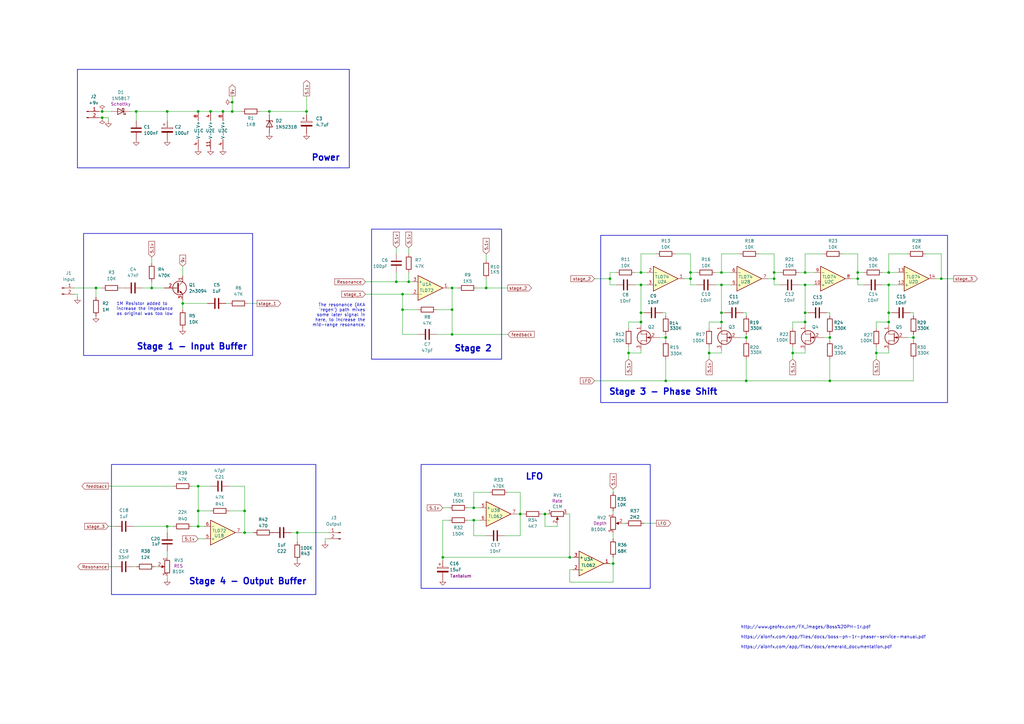
<source format=kicad_sch>
(kicad_sch (version 20231120) (generator "eeschema") (generator_version "8.0")
  (paper "A3")
  (lib_symbols
    (symbol "Amplifier_Operational:TL062" (pin_names (offset 0.127))
      (property "Reference" "U" (at 0 5.08 0))
      (property "Value" "TL062" (at 0 -5.08 0))
      (symbol "TL062_1_1"
        (pin output line (at 7.62 0 180) (length 2.54) (name "~") (number "1"))
        (pin input line (at -7.62 -2.54 0) (length 2.54) (name "-") (number "2"))
        (pin input line (at -7.62 2.54 0) (length 2.54) (name "+") (number "3"))
      )
      (symbol "TL062_2_1"
        (pin input line (at -7.62 2.54 0) (length 2.54) (name "+") (number "5"))
        (pin input line (at -7.62 -2.54 0) (length 2.54) (name "-") (number "6"))
        (pin output line (at 7.62 0 180) (length 2.54) (name "~") (number "7"))
      )
      (symbol "TL062_3_1"
        (pin power_in line (at -2.54 -7.62 90) (length 3.81) (name "V-") (number "4"))
        (pin power_in line (at -2.54 7.62 270) (length 3.81) (name "V+") (number "8"))
      )
    )
    (symbol "Amplifier_Operational:TL072" (pin_names (offset 0.127))
      (property "Reference" "U" (at 0 5.08 0))
      (property "Value" "TL072" (at 0 -5.08 0))
      (symbol "TL072_1_1"
        (pin output line (at 7.62 0 180) (length 2.54) (name "~") (number "1"))
        (pin input line (at -7.62 -2.54 0) (length 2.54) (name "-") (number "2"))
        (pin input line (at -7.62 2.54 0) (length 2.54) (name "+") (number "3"))
      )
      (symbol "TL072_2_1"
        (pin input line (at -7.62 2.54 0) (length 2.54) (name "+") (number "5"))
        (pin input line (at -7.62 -2.54 0) (length 2.54) (name "-") (number "6"))
        (pin output line (at 7.62 0 180) (length 2.54) (name "~") (number "7"))
      )
      (symbol "TL072_3_1"
        (pin power_in line (at -2.54 -7.62 90) (length 3.81) (name "V-") (number "4"))
        (pin power_in line (at -2.54 7.62 270) (length 3.81) (name "V+") (number "8"))
      )
    )
    (symbol "Amplifier_Operational:TL074" (pin_names (offset 0.127))
      (property "Reference" "U" (at 0 5.08 0))
      (property "Value" "TL074" (at 0 -5.08 0))
      (symbol "TL074_1_1"
        (pin output line (at 7.62 0 180) (length 2.54) (name "~") (number "1"))
        (pin input line (at -7.62 -2.54 0) (length 2.54) (name "-") (number "2"))
        (pin input line (at -7.62 2.54 0) (length 2.54) (name "+") (number "3"))
      )
      (symbol "TL074_2_1"
        (pin input line (at -7.62 2.54 0) (length 2.54) (name "+") (number "5"))
        (pin input line (at -7.62 -2.54 0) (length 2.54) (name "-") (number "6"))
        (pin output line (at 7.62 0 180) (length 2.54) (name "~") (number "7"))
      )
      (symbol "TL074_3_1"
        (pin input line (at -7.62 2.54 0) (length 2.54) (name "+") (number "10"))
        (pin output line (at 7.62 0 180) (length 2.54) (name "~") (number "8"))
        (pin input line (at -7.62 -2.54 0) (length 2.54) (name "-") (number "9"))
      )
      (symbol "TL074_4_1"
        (pin input line (at -7.62 2.54 0) (length 2.54) (name "+") (number "12"))
        (pin input line (at -7.62 -2.54 0) (length 2.54) (name "-") (number "13"))
        (pin output line (at 7.62 0 180) (length 2.54) (name "~") (number "14"))
      )
      (symbol "TL074_5_1"
        (pin power_in line (at -2.54 -7.62 90) (length 3.81) (name "V-") (number "11"))
        (pin power_in line (at -2.54 7.62 270) (length 3.81) (name "V+") (number "4"))
      )
    )
    (symbol "Connector:Conn_01x02_Pin" (pin_names (offset 1.016) hide)
      (property "Reference" "J" (at 0 2.54 0))
      (property "Value" "Conn_01x02_Pin" (at 0 -5.08 0))
      (symbol "Conn_01x02_Pin_1_1"
        (pin passive line (at 5.08 0 180) (length 3.81) (name "Pin_1") (number "1"))
        (pin passive line (at 5.08 -2.54 180) (length 3.81) (name "Pin_2") (number "2"))
      )
    )
    (symbol "Device:C" (pin_numbers hide) (pin_names (offset 0.254))
      (property "Reference" "C" (at 0.635 2.54 0))
      (property "Value" "C" (at 0.635 -2.54 0))
      (symbol "C_1_1"
        (pin passive line (at 0 3.81 270) (length 2.794) (name "~") (number "1"))
        (pin passive line (at 0 -3.81 90) (length 2.794) (name "~") (number "2"))
      )
    )
    (symbol "Device:C_Polarized" (pin_numbers hide) (pin_names (offset 0.254))
      (property "Reference" "C" (at 0.635 2.54 0))
      (property "Value" "C_Polarized" (at 0.635 -2.54 0))
      (symbol "C_Polarized_1_1"
        (pin passive line (at 0 3.81 270) (length 2.794) (name "~") (number "1"))
        (pin passive line (at 0 -3.81 90) (length 2.794) (name "~") (number "2"))
      )
    )
    (symbol "Device:D_Zener" (pin_numbers hide) (pin_names (offset 1.016) hide)
      (property "Reference" "D" (at 0 2.54 0))
      (property "Value" "D_Zener" (at 0 -2.54 0))
      (symbol "D_Zener_1_1"
        (pin passive line (at -3.81 0 0) (length 2.54) (name "K") (number "1"))
        (pin passive line (at 3.81 0 180) (length 2.54) (name "A") (number "2"))
      )
    )
    (symbol "Device:Q_NJFET_DGS" (pin_names (offset 0) hide)
      (property "Reference" "Q" (at 5.08 1.27 0))
      (property "Value" "Q_NJFET_DGS" (at 5.08 -1.27 0))
      (symbol "Q_NJFET_DGS_1_1"
        (pin passive line (at 2.54 5.08 270) (length 2.54) (name "D") (number "1"))
        (pin input line (at -5.08 0 0) (length 5.334) (name "G") (number "2"))
        (pin passive line (at 2.54 -5.08 90) (length 2.54) (name "S") (number "3"))
      )
    )
    (symbol "Device:R" (pin_numbers hide) (pin_names (offset 0))
      (property "Reference" "R" (at 2.032 0 90))
      (property "Value" "R" (at 0 0 90))
      (symbol "R_1_1"
        (pin passive line (at 0 3.81 270) (length 1.27) (name "~") (number "1"))
        (pin passive line (at 0 -3.81 90) (length 1.27) (name "~") (number "2"))
      )
    )
    (symbol "Device:R_Potentiometer" (pin_names (offset 1.016) hide)
      (property "Reference" "RV" (at -4.445 0 90))
      (property "Value" "R_Potentiometer" (at -2.54 0 90))
      (symbol "R_Potentiometer_1_1"
        (pin passive line (at 0 3.81 270) (length 1.27) (name "1") (number "1"))
        (pin passive line (at 3.81 0 180) (length 1.27) (name "2") (number "2"))
        (pin passive line (at 0 -3.81 90) (length 1.27) (name "3") (number "3"))
      )
    )
    (symbol "Diode:1N5817" (pin_numbers hide) (pin_names (offset 1.016) hide)
      (property "Reference" "D" (at 0 2.54 0))
      (property "Value" "1N5817" (at 0 -2.54 0))
      (symbol "1N5817_1_1"
        (pin passive line (at -3.81 0 0) (length 2.54) (name "K") (number "1"))
        (pin passive line (at 3.81 0 180) (length 2.54) (name "A") (number "2"))
      )
    )
    (symbol "Transistor_BJT:BC550" (pin_names (offset 0) hide)
      (property "Reference" "Q" (at 5.08 1.905 0))
      (property "Value" "BC550" (at 5.08 0 0))
      (symbol "BC550_1_1"
        (pin passive line (at 2.54 5.08 270) (length 2.54) (name "C") (number "1"))
        (pin input line (at -5.08 0 0) (length 5.08) (name "B") (number "2"))
        (pin passive line (at 2.54 -5.08 90) (length 2.54) (name "E") (number "3"))
      )
    )
    (symbol "power:GND" (power) (pin_numbers hide) (pin_names (offset 0) hide)
      (property "Value" "GND" (at 0 -3.81 0))
      (symbol "GND_1_1"
        (pin power_in line (at 0 0 270) (length 0) (name "~") (number "1"))
      )
    )
    (symbol "power:PWR_FLAG" (power) (pin_numbers hide) (pin_names (offset 0) hide)
      (property "Value" "PWR_FLAG" (at 0 3.81 0))
      (symbol "PWR_FLAG_0_0"
        (pin power_out line (at 0 0 90) (length 0) (name "~") (number "1"))
      )
    )
  )
  (junction (at 185.42 137.16))
  (junction (at 91.44 45.72))
  (junction (at 167.64 115.57))
  (junction (at 257.81 144.78))
  (junction (at 330.2 116.84))
  (junction (at 39.37 118.11))
  (junction (at 317.5 111.76))
  (junction (at 364.49 116.84))
  (junction (at 95.25 41.91))
  (junction (at 273.05 156.21))
  (junction (at 181.61 228.6))
  (junction (at 213.36 210.82))
  (junction (at 100.33 209.55))
  (junction (at 283.21 114.3))
  (junction (at 262.89 132.08))
  (junction (at 351.79 111.76))
  (junction (at 185.42 118.11))
  (junction (at 290.83 144.78))
  (junction (at 306.07 138.43))
  (junction (at 41.91 48.26))
  (junction (at 295.91 111.76))
  (junction (at 295.91 128.27))
  (junction (at 251.46 231.14))
  (junction (at 62.23 118.11))
  (junction (at 233.68 228.6))
  (junction (at 125.73 45.72))
  (junction (at 81.28 209.55))
  (junction (at 95.25 45.72))
  (junction (at 283.21 111.76))
  (junction (at 340.36 156.21))
  (junction (at 194.31 208.28))
  (junction (at 194.31 213.36))
  (junction (at 364.49 111.76))
  (junction (at 330.2 132.08))
  (junction (at 295.91 132.08))
  (junction (at 295.91 116.84))
  (junction (at 110.49 45.72))
  (junction (at 55.88 45.72))
  (junction (at 325.12 144.78))
  (junction (at 273.05 138.43))
  (junction (at 100.33 218.44))
  (junction (at 81.28 199.39))
  (junction (at 81.28 215.9))
  (junction (at 199.39 118.11))
  (junction (at 250.19 114.3))
  (junction (at 165.1 120.65))
  (junction (at 262.89 111.76))
  (junction (at 351.79 114.3))
  (junction (at 330.2 128.27))
  (junction (at 162.56 115.57))
  (junction (at 262.89 116.84))
  (junction (at 68.58 215.9))
  (junction (at 86.36 45.72))
  (junction (at 374.65 138.43))
  (junction (at 306.07 156.21))
  (junction (at 41.91 45.72))
  (junction (at 74.93 124.46))
  (junction (at 121.92 218.44))
  (junction (at 364.49 132.08))
  (junction (at 386.08 114.3))
  (junction (at 340.36 138.43))
  (junction (at 165.1 127))
  (junction (at 330.2 111.76))
  (junction (at 223.52 210.82))
  (junction (at 317.5 114.3))
  (junction (at 364.49 128.27))
  (junction (at 185.42 127))
  (junction (at 262.89 128.27))
  (junction (at 68.58 45.72))
  (junction (at 359.41 144.78))
  (junction (at 81.28 45.72))
  (wire (pts (xy 62.23 105.41) (xy 62.23 107.95)))
  (wire (pts (xy 162.56 115.57) (xy 167.64 115.57)))
  (wire (pts (xy 233.68 233.68) (xy 233.68 238.76)))
  (wire (pts (xy 361.95 111.76) (xy 364.49 111.76)))
  (wire (pts (xy 252.73 111.76) (xy 250.19 111.76)))
  (wire (pts (xy 257.81 144.78) (xy 257.81 147.32)))
  (wire (pts (xy 317.5 114.3) (xy 317.5 111.76)))
  (wire (pts (xy 340.36 156.21) (xy 374.65 156.21)))
  (wire (pts (xy 276.86 104.14) (xy 283.21 104.14)))
  (wire (pts (xy 317.5 111.76) (xy 317.5 104.14)))
  (wire (pts (xy 303.53 138.43) (xy 306.07 138.43)))
  (wire (pts (xy 49.53 118.11) (xy 50.8 118.11)))
  (wire (pts (xy 162.56 101.6) (xy 162.56 104.14)))
  (wire (pts (xy 340.36 147.32) (xy 340.36 156.21)))
  (wire (pts (xy 95.25 45.72) (xy 99.06 45.72)))
  (wire (pts (xy 119.38 218.44) (xy 121.92 218.44)))
  (wire (pts (xy 364.49 143.51) (xy 364.49 144.78)))
  (wire (pts (xy 283.21 111.76) (xy 285.75 111.76)))
  (wire (pts (xy 68.58 215.9) (xy 71.12 215.9)))
  (wire (pts (xy 260.35 116.84) (xy 262.89 116.84)))
  (wire (pts (xy 364.49 111.76) (xy 364.49 104.14)))
  (wire (pts (xy 364.49 128.27) (xy 365.76 128.27)))
  (wire (pts (xy 330.2 116.84) (xy 330.2 128.27)))
  (wire (pts (xy 41.91 48.26) (xy 44.45 48.26)))
  (wire (pts (xy 30.48 120.65) (xy 31.75 120.65)))
  (wire (pts (xy 81.28 45.72) (xy 86.36 45.72)))
  (wire (pts (xy 95.25 41.91) (xy 95.25 45.72)))
  (wire (pts (xy 345.44 104.14) (xy 351.79 104.14)))
  (wire (pts (xy 262.89 132.08) (xy 262.89 133.35)))
  (wire (pts (xy 228.6 215.9) (xy 223.52 215.9)))
  (wire (pts (xy 68.58 226.06) (xy 68.58 228.6)))
  (wire (pts (xy 273.05 137.16) (xy 273.05 138.43)))
  (wire (pts (xy 78.74 215.9) (xy 81.28 215.9)))
  (wire (pts (xy 306.07 128.27) (xy 304.8 128.27)))
  (wire (pts (xy 181.61 228.6) (xy 181.61 229.87)))
  (wire (pts (xy 81.28 199.39) (xy 81.28 209.55)))
  (wire (pts (xy 327.66 111.76) (xy 330.2 111.76)))
  (wire (pts (xy 314.96 114.3) (xy 317.5 114.3)))
  (wire (pts (xy 368.3 111.76) (xy 364.49 111.76)))
  (wire (pts (xy 68.58 237.49) (xy 68.58 236.22)))
  (wire (pts (xy 233.68 228.6) (xy 234.95 228.6)))
  (wire (pts (xy 295.91 116.84) (xy 299.72 116.84)))
  (wire (pts (xy 101.6 124.46) (xy 105.41 124.46)))
  (wire (pts (xy 295.91 111.76) (xy 295.91 104.14)))
  (wire (pts (xy 340.36 138.43) (xy 340.36 139.7)))
  (wire (pts (xy 283.21 116.84) (xy 285.75 116.84)))
  (wire (pts (xy 306.07 147.32) (xy 306.07 156.21)))
  (wire (pts (xy 273.05 138.43) (xy 273.05 139.7)))
  (wire (pts (xy 257.81 132.08) (xy 262.89 132.08)))
  (wire (pts (xy 290.83 142.24) (xy 290.83 144.78)))
  (wire (pts (xy 233.68 238.76) (xy 251.46 238.76)))
  (wire (pts (xy 257.81 134.62) (xy 257.81 132.08)))
  (wire (pts (xy 100.33 218.44) (xy 104.14 218.44)))
  (wire (pts (xy 243.84 114.3) (xy 250.19 114.3)))
  (wire (pts (xy 233.68 210.82) (xy 233.68 228.6)))
  (wire (pts (xy 311.15 104.14) (xy 317.5 104.14)))
  (wire (pts (xy 295.91 116.84) (xy 295.91 128.27)))
  (wire (pts (xy 262.89 111.76) (xy 262.89 104.14)))
  (wire (pts (xy 30.48 118.11) (xy 39.37 118.11)))
  (wire (pts (xy 68.58 49.53) (xy 68.58 45.72)))
  (wire (pts (xy 330.2 116.84) (xy 334.01 116.84)))
  (wire (pts (xy 194.31 219.71) (xy 199.39 219.71)))
  (wire (pts (xy 364.49 132.08) (xy 364.49 133.35)))
  (wire (pts (xy 386.08 104.14) (xy 386.08 114.3)))
  (wire (pts (xy 81.28 209.55) (xy 81.28 215.9)))
  (wire (pts (xy 290.83 134.62) (xy 290.83 132.08)))
  (wire (pts (xy 213.36 210.82) (xy 213.36 219.71)))
  (wire (pts (xy 251.46 228.6) (xy 251.46 231.14)))
  (wire (pts (xy 199.39 118.11) (xy 208.28 118.11)))
  (wire (pts (xy 334.01 111.76) (xy 330.2 111.76)))
  (wire (pts (xy 270.51 138.43) (xy 273.05 138.43)))
  (wire (pts (xy 306.07 137.16) (xy 306.07 138.43)))
  (wire (pts (xy 374.65 147.32) (xy 374.65 156.21)))
  (wire (pts (xy 351.79 116.84) (xy 354.33 116.84)))
  (wire (pts (xy 250.19 231.14) (xy 251.46 231.14)))
  (wire (pts (xy 39.37 118.11) (xy 41.91 118.11)))
  (wire (pts (xy 100.33 209.55) (xy 93.98 209.55)))
  (wire (pts (xy 283.21 111.76) (xy 283.21 104.14)))
  (wire (pts (xy 165.1 127) (xy 165.1 137.16)))
  (wire (pts (xy 330.2 132.08) (xy 330.2 133.35)))
  (wire (pts (xy 330.2 104.14) (xy 337.82 104.14)))
  (wire (pts (xy 165.1 120.65) (xy 168.91 120.65)))
  (wire (pts (xy 359.41 144.78) (xy 359.41 147.32)))
  (wire (pts (xy 58.42 118.11) (xy 62.23 118.11)))
  (wire (pts (xy 78.74 199.39) (xy 81.28 199.39)))
  (wire (pts (xy 213.36 219.71) (xy 207.01 219.71)))
  (wire (pts (xy 273.05 128.27) (xy 271.78 128.27)))
  (wire (pts (xy 125.73 46.99) (xy 125.73 45.72)))
  (wire (pts (xy 100.33 199.39) (xy 100.33 209.55)))
  (wire (pts (xy 199.39 104.14) (xy 199.39 106.68)))
  (wire (pts (xy 133.35 220.98) (xy 133.35 222.25)))
  (wire (pts (xy 184.15 208.28) (xy 181.61 208.28)))
  (wire (pts (xy 194.31 213.36) (xy 194.31 219.71)))
  (wire (pts (xy 351.79 114.3) (xy 351.79 111.76)))
  (wire (pts (xy 262.89 128.27) (xy 262.89 132.08)))
  (wire (pts (xy 106.68 45.72) (xy 110.49 45.72)))
  (wire (pts (xy 222.25 210.82) (xy 223.52 210.82)))
  (wire (pts (xy 264.16 128.27) (xy 262.89 128.27)))
  (wire (pts (xy 233.68 233.68) (xy 234.95 233.68)))
  (wire (pts (xy 250.19 111.76) (xy 250.19 114.3)))
  (wire (pts (xy 255.27 214.63) (xy 256.54 214.63)))
  (wire (pts (xy 340.36 128.27) (xy 339.09 128.27)))
  (wire (pts (xy 337.82 138.43) (xy 340.36 138.43)))
  (wire (pts (xy 68.58 218.44) (xy 68.58 215.9)))
  (wire (pts (xy 41.91 45.72) (xy 40.64 45.72)))
  (wire (pts (xy 93.98 199.39) (xy 100.33 199.39)))
  (wire (pts (xy 264.16 214.63) (xy 269.24 214.63)))
  (wire (pts (xy 359.41 144.78) (xy 364.49 144.78)))
  (wire (pts (xy 44.45 199.39) (xy 71.12 199.39)))
  (wire (pts (xy 317.5 116.84) (xy 320.04 116.84)))
  (wire (pts (xy 374.65 138.43) (xy 374.65 139.7)))
  (wire (pts (xy 196.85 213.36) (xy 194.31 213.36)))
  (wire (pts (xy 44.45 48.26) (xy 44.45 49.53)))
  (wire (pts (xy 330.2 128.27) (xy 331.47 128.27)))
  (wire (pts (xy 55.88 45.72) (xy 68.58 45.72)))
  (wire (pts (xy 262.89 104.14) (xy 269.24 104.14)))
  (wire (pts (xy 325.12 142.24) (xy 325.12 144.78)))
  (wire (pts (xy 191.77 208.28) (xy 194.31 208.28)))
  (wire (pts (xy 364.49 116.84) (xy 364.49 128.27)))
  (wire (pts (xy 330.2 111.76) (xy 330.2 104.14)))
  (wire (pts (xy 295.91 104.14) (xy 303.53 104.14)))
  (wire (pts (xy 62.23 118.11) (xy 67.31 118.11)))
  (wire (pts (xy 280.67 114.3) (xy 283.21 114.3)))
  (wire (pts (xy 374.65 128.27) (xy 373.38 128.27)))
  (wire (pts (xy 81.28 199.39) (xy 86.36 199.39)))
  (wire (pts (xy 325.12 144.78) (xy 325.12 147.32)))
  (wire (pts (xy 257.81 142.24) (xy 257.81 144.78)))
  (wire (pts (xy 74.93 109.22) (xy 74.93 113.03)))
  (wire (pts (xy 81.28 215.9) (xy 83.82 215.9)))
  (wire (pts (xy 359.41 142.24) (xy 359.41 144.78)))
  (wire (pts (xy 330.2 132.08) (xy 330.2 128.27)))
  (wire (pts (xy 250.19 116.84) (xy 252.73 116.84)))
  (wire (pts (xy 68.58 45.72) (xy 81.28 45.72)))
  (wire (pts (xy 208.28 201.93) (xy 213.36 201.93)))
  (wire (pts (xy 251.46 209.55) (xy 251.46 210.82)))
  (wire (pts (xy 95.25 39.37) (xy 95.25 41.91)))
  (wire (pts (xy 306.07 156.21) (xy 340.36 156.21)))
  (wire (pts (xy 265.43 111.76) (xy 262.89 111.76)))
  (wire (pts (xy 54.61 215.9) (xy 68.58 215.9)))
  (wire (pts (xy 81.28 220.98) (xy 83.82 220.98)))
  (wire (pts (xy 251.46 200.66) (xy 251.46 201.93)))
  (wire (pts (xy 39.37 118.11) (xy 39.37 121.92)))
  (wire (pts (xy 44.45 215.9) (xy 46.99 215.9)))
  (wire (pts (xy 121.92 222.25) (xy 121.92 218.44)))
  (wire (pts (xy 149.86 115.57) (xy 162.56 115.57)))
  (wire (pts (xy 63.5 232.41) (xy 64.77 232.41)))
  (wire (pts (xy 260.35 111.76) (xy 262.89 111.76)))
  (wire (pts (xy 262.89 116.84) (xy 265.43 116.84)))
  (wire (pts (xy 283.21 116.84) (xy 283.21 114.3)))
  (wire (pts (xy 41.91 45.72) (xy 45.72 45.72)))
  (wire (pts (xy 251.46 238.76) (xy 251.46 231.14)))
  (wire (pts (xy 194.31 208.28) (xy 196.85 208.28)))
  (wire (pts (xy 372.11 138.43) (xy 374.65 138.43)))
  (wire (pts (xy 257.81 144.78) (xy 262.89 144.78)))
  (wire (pts (xy 167.64 115.57) (xy 168.91 115.57)))
  (wire (pts (xy 306.07 129.54) (xy 306.07 128.27)))
  (wire (pts (xy 223.52 215.9) (xy 223.52 210.82)))
  (wire (pts (xy 293.37 116.84) (xy 295.91 116.84)))
  (wire (pts (xy 330.2 143.51) (xy 330.2 144.78)))
  (wire (pts (xy 283.21 114.3) (xy 283.21 111.76)))
  (wire (pts (xy 99.06 218.44) (xy 100.33 218.44)))
  (wire (pts (xy 351.79 116.84) (xy 351.79 114.3)))
  (wire (pts (xy 251.46 218.44) (xy 251.46 220.98)))
  (wire (pts (xy 110.49 46.99) (xy 110.49 45.72)))
  (wire (pts (xy 185.42 137.16) (xy 208.28 137.16)))
  (wire (pts (xy 364.49 116.84) (xy 368.3 116.84)))
  (wire (pts (xy 327.66 116.84) (xy 330.2 116.84)))
  (wire (pts (xy 361.95 116.84) (xy 364.49 116.84)))
  (wire (pts (xy 53.34 45.72) (xy 55.88 45.72)))
  (wire (pts (xy 273.05 147.32) (xy 273.05 156.21)))
  (wire (pts (xy 54.61 232.41) (xy 55.88 232.41)))
  (wire (pts (xy 340.36 137.16) (xy 340.36 138.43)))
  (wire (pts (xy 74.93 124.46) (xy 85.09 124.46)))
  (wire (pts (xy 374.65 129.54) (xy 374.65 128.27)))
  (wire (pts (xy 171.45 127) (xy 165.1 127)))
  (wire (pts (xy 295.91 143.51) (xy 295.91 144.78)))
  (wire (pts (xy 213.36 210.82) (xy 214.63 210.82)))
  (wire (pts (xy 199.39 114.3) (xy 199.39 118.11)))
  (wire (pts (xy 386.08 114.3) (xy 391.16 114.3)))
  (wire (pts (xy 125.73 39.37) (xy 125.73 45.72)))
  (wire (pts (xy 162.56 111.76) (xy 162.56 115.57)))
  (wire (pts (xy 293.37 111.76) (xy 295.91 111.76)))
  (wire (pts (xy 223.52 210.82) (xy 224.79 210.82)))
  (wire (pts (xy 351.79 111.76) (xy 351.79 104.14)))
  (wire (pts (xy 81.28 209.55) (xy 86.36 209.55)))
  (wire (pts (xy 243.84 156.21) (xy 273.05 156.21)))
  (wire (pts (xy 262.89 143.51) (xy 262.89 144.78)))
  (wire (pts (xy 359.41 134.62) (xy 359.41 132.08)))
  (wire (pts (xy 55.88 49.53) (xy 55.88 45.72)))
  (wire (pts (xy 74.93 123.19) (xy 74.93 124.46)))
  (wire (pts (xy 74.93 124.46) (xy 74.93 127)))
  (wire (pts (xy 295.91 111.76) (xy 299.72 111.76)))
  (wire (pts (xy 213.36 210.82) (xy 213.36 201.93)))
  (wire (pts (xy 181.61 228.6) (xy 233.68 228.6)))
  (wire (pts (xy 228.6 215.9) (xy 228.6 214.63)))
  (wire (pts (xy 62.23 115.57) (xy 62.23 118.11)))
  (wire (pts (xy 179.07 127) (xy 185.42 127)))
  (wire (pts (xy 171.45 137.16) (xy 165.1 137.16)))
  (wire (pts (xy 92.71 124.46) (xy 93.98 124.46)))
  (wire (pts (xy 359.41 132.08) (xy 364.49 132.08)))
  (wire (pts (xy 364.49 104.14) (xy 372.11 104.14)))
  (wire (pts (xy 44.45 232.41) (xy 46.99 232.41)))
  (wire (pts (xy 351.79 111.76) (xy 354.33 111.76)))
  (wire (pts (xy 295.91 128.27) (xy 297.18 128.27)))
  (wire (pts (xy 184.15 118.11) (xy 185.42 118.11)))
  (wire (pts (xy 386.08 104.14) (xy 379.73 104.14)))
  (wire (pts (xy 212.09 210.82) (xy 213.36 210.82)))
  (wire (pts (xy 194.31 201.93) (xy 200.66 201.93)))
  (wire (pts (xy 340.36 129.54) (xy 340.36 128.27)))
  (wire (pts (xy 134.62 220.98) (xy 133.35 220.98)))
  (wire (pts (xy 167.64 101.6) (xy 167.64 104.14)))
  (wire (pts (xy 194.31 201.93) (xy 194.31 208.28)))
  (wire (pts (xy 100.33 209.55) (xy 100.33 218.44)))
  (wire (pts (xy 290.83 144.78) (xy 295.91 144.78)))
  (wire (pts (xy 185.42 118.11) (xy 185.42 127)))
  (wire (pts (xy 325.12 134.62) (xy 325.12 132.08)))
  (wire (pts (xy 262.89 116.84) (xy 262.89 128.27)))
  (wire (pts (xy 295.91 132.08) (xy 295.91 128.27)))
  (wire (pts (xy 306.07 138.43) (xy 306.07 139.7)))
  (wire (pts (xy 295.91 132.08) (xy 295.91 133.35)))
  (wire (pts (xy 374.65 137.16) (xy 374.65 138.43)))
  (wire (pts (xy 185.42 127) (xy 185.42 137.16)))
  (wire (pts (xy 290.83 132.08) (xy 295.91 132.08)))
  (wire (pts (xy 383.54 114.3) (xy 386.08 114.3)))
  (wire (pts (xy 121.92 218.44) (xy 134.62 218.44)))
  (wire (pts (xy 181.61 213.36) (xy 181.61 228.6)))
  (wire (pts (xy 317.5 116.84) (xy 317.5 114.3)))
  (wire (pts (xy 165.1 120.65) (xy 165.1 127)))
  (wire (pts (xy 149.86 120.65) (xy 165.1 120.65)))
  (wire (pts (xy 317.5 111.76) (xy 320.04 111.76)))
  (wire (pts (xy 290.83 144.78) (xy 290.83 147.32)))
  (wire (pts (xy 40.64 48.26) (xy 41.91 48.26)))
  (wire (pts (xy 250.19 116.84) (xy 250.19 114.3)))
  (wire (pts (xy 91.44 45.72) (xy 95.25 45.72)))
  (wire (pts (xy 191.77 213.36) (xy 194.31 213.36)))
  (wire (pts (xy 273.05 156.21) (xy 306.07 156.21)))
  (wire (pts (xy 325.12 132.08) (xy 330.2 132.08)))
  (wire (pts (xy 31.75 120.65) (xy 31.75 121.92)))
  (wire (pts (xy 184.15 213.36) (xy 181.61 213.36)))
  (wire (pts (xy 273.05 129.54) (xy 273.05 128.27)))
  (wire (pts (xy 185.42 137.16) (xy 179.07 137.16)))
  (wire (pts (xy 185.42 118.11) (xy 187.96 118.11)))
  (wire (pts (xy 349.25 114.3) (xy 351.79 114.3)))
  (wire (pts (xy 325.12 144.78) (xy 330.2 144.78)))
  (wire (pts (xy 364.49 132.08) (xy 364.49 128.27)))
  (wire (pts (xy 86.36 45.72) (xy 91.44 45.72)))
  (wire (pts (xy 167.64 111.76) (xy 167.64 115.57)))
  (wire (pts (xy 110.49 45.72) (xy 125.73 45.72)))
  (wire (pts (xy 195.58 118.11) (xy 199.39 118.11)))
  (wire (pts (xy 232.41 210.82) (xy 233.68 210.82)))
  (rectangle (start 34.29 95.758) (end 103.632 145.796) (stroke (width 0.254)))
  (rectangle (start 246.38 96.52) (end 388.62 165.1) (stroke (width 0.254)))
  (rectangle (start 152.4 93.98) (end 205.74 147.32) (stroke (width 0.254)))
  (rectangle (start 45.72 190.5) (end 129.54 243.84) (stroke (width 0.254)))
  (rectangle (start 172.72 190.5) (end 266.7 241.3) (stroke (width 0.254)))
  (rectangle (start 31.75 28.448) (end 143.256 68.834) (stroke (width 0.254)))
  (text "LFO" (at 219.202 195.58 0) (effects (font (size 2.54 2.54) (thickness 0.508) (bold yes))))
  (text "http://www.geofex.com/FX_images/Boss%20PH-1r.pdf\n\nhttps://aionfx.com/app/files/docs/boss-ph-1r-phaser-service-manual.pdf\n\nhttps://aionfx.com/app/files/docs/emerald_documentation.pdf" (at 303.784 261.366 0) (effects (font (size 1.27 1.27)) (justify left)))
  (text "Stage 1 - Input Buffer" (at 78.74 142.24 0) (effects (font (size 2.54 2.54) (thickness 0.508) (bold yes))))
  (text "Stage 2" (at 194.056 143.002 0) (effects (font (size 2.54 2.54) (thickness 0.508) (bold yes))))
  (text "The resonance (AKA\n'regen') path mixes\nsome later signal in\nhere, to increase the\nmid-range resonance." (at 149.86 129.286 0) (effects (font (size 1.27 1.27)) (justify right)))
  (text "Power" (at 133.604 64.77 0) (effects (font (size 2.54 2.54) (thickness 0.508) (bold yes))))
  (text "Stage 4 - Output Buffer" (at 101.6 238.506 0) (effects (font (size 2.54 2.54) (thickness 0.508) (bold yes))))
  (text "Stage 3 - Phase Shift" (at 272.034 160.782 0) (effects (font (size 2.54 2.54) (thickness 0.508) (bold yes))))
  (text "1M Resistor added to\nincrease the impedance\nas original was too low" (at 47.752 126.746 0) (effects (font (size 1.27 1.27)) (justify left)))
  (global_label "stage_3" (shape input) (at 44.45 215.9 180) (property "Intersheetrefs" "${INTERSHEET_REFS}" (effects (hide yes))))
  (global_label "LFO" (shape output) (at 269.24 214.63 0) (property "Intersheetrefs" "${INTERSHEET_REFS}" (effects (hide yes))))
  (global_label "stage_1" (shape output) (at 105.41 124.46 0) (property "Intersheetrefs" "${INTERSHEET_REFS}" (effects (hide yes))))
  (global_label "stage_2" (shape output) (at 208.28 118.11 0) (property "Intersheetrefs" "${INTERSHEET_REFS}" (effects (hide yes))))
  (global_label "9v" (shape output) (at 95.25 39.37 90) (property "Intersheetrefs" "${INTERSHEET_REFS}" (effects (hide yes))))
  (global_label "5.1v" (shape input) (at 257.81 147.32 270) (property "Intersheetrefs" "${INTERSHEET_REFS}" (effects (hide yes))))
  (global_label "5.1v" (shape input) (at 81.28 220.98 180) (property "Intersheetrefs" "${INTERSHEET_REFS}" (effects (hide yes))))
  (global_label "5.1v" (shape input) (at 359.41 147.32 270) (property "Intersheetrefs" "${INTERSHEET_REFS}" (effects (hide yes))))
  (global_label "5.1v" (shape input) (at 251.46 200.66 90) (property "Intersheetrefs" "${INTERSHEET_REFS}" (effects (hide yes))))
  (global_label "stage_1" (shape input) (at 149.86 120.65 180) (property "Intersheetrefs" "${INTERSHEET_REFS}" (effects (hide yes))))
  (global_label "5.1v" (shape input) (at 325.12 147.32 270) (property "Intersheetrefs" "${INTERSHEET_REFS}" (effects (hide yes))))
  (global_label "5.1v" (shape input) (at 62.23 105.41 90) (property "Intersheetrefs" "${INTERSHEET_REFS}" (effects (hide yes))))
  (global_label "stage_3" (shape output) (at 391.16 114.3 0) (property "Intersheetrefs" "${INTERSHEET_REFS}" (effects (hide yes))))
  (global_label "5.1v" (shape input) (at 290.83 147.32 270) (property "Intersheetrefs" "${INTERSHEET_REFS}" (effects (hide yes))))
  (global_label "9v" (shape input) (at 74.93 109.22 90) (property "Intersheetrefs" "${INTERSHEET_REFS}" (effects (hide yes))))
  (global_label "5.1v" (shape input) (at 167.64 101.6 90) (property "Intersheetrefs" "${INTERSHEET_REFS}" (effects (hide yes))))
  (global_label "Resonance" (shape input) (at 149.86 115.57 180) (property "Intersheetrefs" "${INTERSHEET_REFS}" (effects (hide yes))))
  (global_label "5.1v" (shape input) (at 199.39 104.14 90) (property "Intersheetrefs" "${INTERSHEET_REFS}" (effects (hide yes))))
  (global_label "Resonance" (shape output) (at 44.45 232.41 180) (property "Intersheetrefs" "${INTERSHEET_REFS}" (effects (hide yes))))
  (global_label "5.1v" (shape input) (at 162.56 101.6 90) (property "Intersheetrefs" "${INTERSHEET_REFS}" (effects (hide yes))))
  (global_label "5.1v" (shape input) (at 181.61 208.28 180) (property "Intersheetrefs" "${INTERSHEET_REFS}" (effects (hide yes))))
  (global_label "feedback" (shape input) (at 208.28 137.16 0) (property "Intersheetrefs" "${INTERSHEET_REFS}" (effects (hide yes))))
  (global_label "LFO" (shape input) (at 243.84 156.21 180) (property "Intersheetrefs" "${INTERSHEET_REFS}" (effects (hide yes))))
  (global_label "stage_2" (shape input) (at 243.84 114.3 180) (property "Intersheetrefs" "${INTERSHEET_REFS}" (effects (hide yes))))
  (global_label "5.1v" (shape output) (at 125.73 39.37 90) (property "Intersheetrefs" "${INTERSHEET_REFS}" (effects (hide yes))))
  (global_label "feedback" (shape output) (at 44.45 199.39 180) (property "Intersheetrefs" "${INTERSHEET_REFS}" (effects (hide yes))))
  (symbol (lib_id "Connector:Conn_01x02_Pin") (at 35.56 45.72 0) (unit 1)
    (property "Reference" "J2" (at 38.354 39.624 0))
    (property "Value" "+9v" (at 38.354 42.164 0))
    (property "Description" "Generic connector, single row, 01x02, script generated" (effects (hide yes)))
  )
  (symbol (lib_id "Amplifier_Operational:TL074") (at 88.9 53.34 0) (unit 5)
    (property "Reference" "U2" (at 84.328 53.594 0) (effects (justify left)))
    (property "Value" "TL074" (effects (hide yes)))
    (property "Datasheet" "http://www.ti.com/lit/ds/symlink/tl071.pdf" (effects (hide yes)))
    (property "Description" "Quad Low-Noise JFET-Input Operational Amplifiers, DIP-14/SOIC-14" (effects (hide yes)))
  )
  (symbol (lib_id "Device:R") (at 374.65 143.51 180) (unit 1)
    (property "Reference" "R30" (at 377.952 142.494 0))
    (property "Value" "330K" (at 378.714 144.78 0))
    (property "Description" "Resistor" (effects (hide yes)))
  )
  (symbol (lib_id "Device:C") (at 54.61 118.11 90) (unit 1)
    (property "Reference" "C4" (at 54.61 110.49 90))
    (property "Value" "47nF" (at 54.61 113.03 90))
    (property "Description" "Unpolarized capacitor" (effects (hide yes)))
  )
  (symbol (lib_id "Device:R") (at 375.92 104.14 90) (unit 1)
    (property "Reference" "R28" (at 375.92 98.806 90))
    (property "Value" "10K" (at 375.92 101.346 90))
    (property "Description" "Resistor" (effects (hide yes)))
  )
  (symbol (lib_id "Device:C") (at 358.14 116.84 90) (unit 1)
    (property "Reference" "C14" (at 358.14 120.65 90))
    (property "Value" "10nF" (at 358.14 123.19 90))
    (property "Description" "Unpolarized capacitor" (effects (hide yes)))
  )
  (symbol (lib_id "Device:R") (at 187.96 208.28 90) (unit 1)
    (property "Reference" "R31" (at 187.96 202.946 90))
    (property "Value" "150K" (at 187.96 205.486 90))
    (property "Description" "Resistor" (effects (hide yes)))
  )
  (symbol (lib_id "Device:C") (at 289.56 116.84 90) (unit 1)
    (property "Reference" "C10" (at 289.56 120.65 90))
    (property "Value" "10nF" (at 289.56 123.19 90))
    (property "Description" "Unpolarized capacitor" (effects (hide yes)))
  )
  (symbol (lib_id "Amplifier_Operational:TL074") (at 341.63 114.3 0) (mirror x) (unit 3)
    (property "Reference" "U2" (at 340.106 115.57 0))
    (property "Value" "TL074" (at 340.106 113.538 0))
    (property "Datasheet" "http://www.ti.com/lit/ds/symlink/tl071.pdf" (effects (hide yes)))
    (property "Description" "Quad Low-Noise JFET-Input Operational Amplifiers, DIP-14/SOIC-14" (effects (hide yes)))
  )
  (symbol (lib_id "Device:R") (at 307.34 104.14 90) (unit 1)
    (property "Reference" "R18" (at 307.34 98.806 90))
    (property "Value" "10K" (at 307.34 101.346 90))
    (property "Description" "Resistor" (effects (hide yes)))
  )
  (symbol (lib_id "Device:C") (at 50.8 215.9 90) (unit 1)
    (property "Reference" "C18" (at 50.8 209.296 90))
    (property "Value" "1uF" (at 50.8 211.836 90))
    (property "Description" "Unpolarized capacitor" (effects (hide yes)))
  )
  (symbol (lib_id "power:GND") (at 181.61 237.49 0) (unit 1)
    (property "Reference" "#PWR016" (effects (hide yes)))
    (property "Value" "GND" (effects (hide yes)))
    (property "Description" "Power symbol creates a global label with name \"GND\" , ground" (effects (hide yes)))
  )
  (symbol (lib_id "power:GND") (at 55.88 57.15 0) (unit 1)
    (property "Reference" "#PWR02" (effects (hide yes)))
    (property "Value" "GND" (effects (hide yes)))
    (property "Description" "Power symbol creates a global label with name \"GND\" , ground" (effects (hide yes)))
  )
  (symbol (lib_id "Device:R_Potentiometer") (at 251.46 214.63 0) (unit 1)
    (property "Reference" "RV2" (at 248.666 212.344 0) (effects (justify right)))
    (property "Value" "B100K" (at 248.666 217.17 0) (effects (justify right)))
    (property "Description" "Potentiometer" (effects (hide yes)))
    (property "Name" "Depth" (at 246.126 214.6301 0))
  )
  (symbol (lib_id "Device:C") (at 50.8 232.41 270) (unit 1)
    (property "Reference" "C19" (at 50.8 226.06 90))
    (property "Value" "33nF" (at 50.8 228.6 90))
    (property "Description" "Unpolarized capacitor" (effects (hide yes)))
  )
  (symbol (lib_id "Device:C") (at 88.9 124.46 90) (unit 1)
    (property "Reference" "C5" (at 88.9 116.84 90))
    (property "Value" "1uF" (at 88.9 119.38 90))
    (property "Description" "Unpolarized capacitor" (effects (hide yes)))
  )
  (symbol (lib_id "Device:C") (at 115.57 218.44 270) (unit 1)
    (property "Reference" "C22" (at 115.57 226.06 90))
    (property "Value" "1uF" (at 115.57 223.52 90))
    (property "Description" "Unpolarized capacitor" (effects (hide yes)))
  )
  (symbol (lib_id "Device:R") (at 45.72 118.11 90) (unit 1)
    (property "Reference" "R3" (at 45.72 111.76 90))
    (property "Value" "10K" (at 45.72 114.3 90))
    (property "Description" "Resistor" (effects (hide yes)))
  )
  (symbol (lib_id "Device:R") (at 341.63 104.14 90) (unit 1)
    (property "Reference" "R23" (at 341.63 98.806 90))
    (property "Value" "10K" (at 341.63 101.346 90))
    (property "Description" "Resistor" (effects (hide yes)))
  )
  (symbol (lib_id "Device:R") (at 74.93 215.9 90) (unit 1)
    (property "Reference" "R40" (at 74.93 212.852 90))
    (property "Value" "22K" (at 74.93 210.058 90))
    (property "Description" "Resistor" (effects (hide yes)))
  )
  (symbol (lib_id "Device:C") (at 162.56 107.95 180) (unit 1)
    (property "Reference" "C6" (at 156.464 106.68 0) (effects (justify right)))
    (property "Value" "100pF" (at 152.908 109.22 0) (effects (justify right)))
    (property "Description" "Unpolarized capacitor" (effects (hide yes)))
  )
  (symbol (lib_id "Device:R") (at 97.79 124.46 90) (unit 1)
    (property "Reference" "R6" (at 97.79 118.11 90))
    (property "Value" "47K" (at 97.79 120.65 90))
    (property "Description" "Resistor" (effects (hide yes)))
  )
  (symbol (lib_id "power:GND") (at 68.58 237.49 0) (unit 1)
    (property "Reference" "#PWR07" (effects (hide yes)))
    (property "Value" "GND" (effects (hide yes)))
    (property "Description" "Power symbol creates a global label with name \"GND\" , ground" (effects (hide yes)))
  )
  (symbol (lib_id "Connector:Conn_01x02_Pin") (at 139.7 218.44 0) (mirror y) (unit 1)
    (property "Reference" "J3" (at 136.906 212.344 0))
    (property "Value" "Output" (at 136.906 214.884 0))
    (property "Description" "Generic connector, single row, 01x02, script generated" (effects (hide yes)))
  )
  (symbol (lib_id "Device:R") (at 256.54 111.76 90) (unit 1)
    (property "Reference" "R11" (at 256.54 106.426 90))
    (property "Value" "10K" (at 256.54 108.966 90))
    (property "Description" "Resistor" (effects (hide yes)))
  )
  (symbol (lib_id "Device:C") (at 335.28 128.27 90) (unit 1)
    (property "Reference" "C13" (at 335.28 121.92 90))
    (property "Value" "10nF" (at 335.28 124.46 90))
    (property "Description" "Unpolarized capacitor" (effects (hide yes)))
  )
  (symbol (lib_id "Device:C") (at 90.17 199.39 270) (unit 1)
    (property "Reference" "C21" (at 90.17 195.58 90))
    (property "Value" "47pF" (at 90.17 193.04 90))
    (property "Description" "Unpolarized capacitor" (effects (hide yes)))
  )
  (symbol (lib_id "Device:C") (at 68.58 222.25 180) (unit 1)
    (property "Reference" "C20" (at 63.754 220.98 0))
    (property "Value" "1uF" (at 64.008 223.012 0))
    (property "Description" "Unpolarized capacitor" (effects (hide yes)))
  )
  (symbol (lib_id "Device:C") (at 175.26 137.16 90) (unit 1)
    (property "Reference" "C7" (at 175.26 141.224 90))
    (property "Value" "47pF" (at 175.26 143.764 90))
    (property "Description" "Unpolarized capacitor" (effects (hide yes)))
  )
  (symbol (lib_id "power:GND") (at 44.45 49.53 0) (unit 1)
    (property "Reference" "#PWR01" (effects (hide yes)))
    (property "Value" "GND" (effects (hide yes)))
    (property "Description" "Power symbol creates a global label with name \"GND\" , ground" (effects (hide yes)))
  )
  (symbol (lib_id "Device:R") (at 251.46 224.79 0) (unit 1)
    (property "Reference" "R36" (at 253.238 223.52 0) (effects (justify left)))
    (property "Value" "68K" (at 253.238 226.06 0) (effects (justify left)))
    (property "Description" "Resistor" (effects (hide yes)))
  )
  (symbol (lib_id "Device:Q_NJFET_DGS") (at 298.45 138.43 0) (mirror y) (unit 1)
    (property "Reference" "Q3" (at 301.498 134.112 0) (effects (justify left)))
    (property "Value" "2SK30ATM-GR" (effects (hide yes)))
    (property "Description" "N-JFET transistor, drain/gate/source" (effects (hide yes)))
  )
  (symbol (lib_id "Device:R") (at 74.93 130.81 180) (unit 1)
    (property "Reference" "R5" (at 77.47 129.5399 0) (effects (justify right)))
    (property "Value" "10K" (at 77.47 132.0799 0) (effects (justify right)))
    (property "Description" "Resistor" (effects (hide yes)))
  )
  (symbol (lib_id "Device:R") (at 260.35 214.63 90) (unit 1)
    (property "Reference" "R37" (at 260.35 209.55 90))
    (property "Value" "2M2" (at 260.35 212.09 90))
    (property "Description" "Resistor" (effects (hide yes)))
  )
  (symbol (lib_id "Device:R") (at 167.64 107.95 180) (unit 1)
    (property "Reference" "R7" (at 170.18 106.6799 0) (effects (justify right)))
    (property "Value" "47K" (at 170.18 109.2199 0) (effects (justify right)))
    (property "Description" "Resistor" (effects (hide yes)))
  )
  (symbol (lib_id "power:GND") (at 133.35 222.25 0) (mirror y) (unit 1)
    (property "Reference" "#PWR013" (effects (hide yes)))
    (property "Value" "GND" (effects (hide yes)))
    (property "Description" "Power symbol creates a global label with name \"GND\" , ground" (effects (hide yes)))
  )
  (symbol (lib_id "Device:R") (at 107.95 218.44 90) (unit 1)
    (property "Reference" "R42" (at 107.95 213.106 90))
    (property "Value" "470" (at 107.95 215.646 90))
    (property "Description" "Resistor" (effects (hide yes)))
  )
  (symbol (lib_id "power:GND") (at 68.58 57.15 0) (unit 1)
    (property "Reference" "#PWR03" (effects (hide yes)))
    (property "Value" "GND" (effects (hide yes)))
    (property "Description" "Power symbol creates a global label with name \"GND\" , ground" (effects (hide yes)))
  )
  (symbol (lib_id "Device:C") (at 369.57 128.27 90) (unit 1)
    (property "Reference" "C15" (at 369.57 121.666 90))
    (property "Value" "10nF" (at 369.57 124.206 90))
    (property "Description" "Unpolarized capacitor" (effects (hide yes)))
  )
  (symbol (lib_id "power:GND") (at 31.75 121.92 0) (unit 1)
    (property "Reference" "#PWR04" (effects (hide yes)))
    (property "Value" "GND" (effects (hide yes)))
    (property "Description" "Power symbol creates a global label with name \"GND\" , ground" (effects (hide yes)))
  )
  (symbol (lib_id "Device:R") (at 175.26 127 90) (unit 1)
    (property "Reference" "R8" (at 175.26 130.048 90))
    (property "Value" "47K" (at 175.26 132.588 90))
    (property "Description" "Resistor" (effects (hide yes)))
  )
  (symbol (lib_id "Amplifier_Operational:TL072") (at 176.53 118.11 0) (unit 1)
    (property "Reference" "U1" (at 175.006 116.586 0))
    (property "Value" "TL072" (at 175.006 119.126 0))
    (property "Datasheet" "http://www.ti.com/lit/ds/symlink/tl071.pdf" (effects (hide yes)))
    (property "Description" "Dual Low-Noise JFET-Input Operational Amplifiers, DIP-8/SOIC-8" (effects (hide yes)))
  )
  (symbol (lib_id "Device:R") (at 306.07 143.51 180) (unit 1)
    (property "Reference" "R20" (at 309.372 142.494 0))
    (property "Value" "330K" (at 310.134 144.526 0))
    (property "Description" "Resistor" (effects (hide yes)))
  )
  (symbol (lib_id "Device:C") (at 323.85 116.84 90) (unit 1)
    (property "Reference" "C12" (at 323.85 120.65 90))
    (property "Value" "10nF" (at 323.85 123.19 90))
    (property "Description" "Unpolarized capacitor" (effects (hide yes)))
  )
  (symbol (lib_id "Transistor_BJT:BC550") (at 72.39 118.11 0) (unit 1)
    (property "Reference" "Q1" (at 77.47 116.8399 0) (effects (justify left)))
    (property "Value" "2n3094" (at 77.47 119.3799 0) (effects (justify left)))
    (property "Datasheet" "https://www.onsemi.com/pub/Collateral/BC550-D.pdf" (effects (hide yes)))
    (property "Description" "0.1A Ic, 45V Vce, Small Signal NPN Transistor, TO-92" (effects (hide yes)))
  )
  (symbol (lib_id "Device:R") (at 340.36 133.35 180) (unit 1)
    (property "Reference" "R24" (at 343.916 132.334 0))
    (property "Value" "330K" (at 344.678 134.62 0))
    (property "Description" "Resistor" (effects (hide yes)))
  )
  (symbol (lib_id "Device:R") (at 290.83 138.43 180) (unit 1)
    (property "Reference" "R17" (at 287.274 137.16 0))
    (property "Value" "100K" (at 286.512 139.7 0))
    (property "Description" "Resistor" (effects (hide yes)))
  )
  (symbol (lib_id "Device:C_Polarized") (at 181.61 233.68 0) (unit 1)
    (property "Reference" "C16" (at 184.404 231.14 0) (effects (justify left)))
    (property "Value" "15uF" (at 184.404 233.68 0) (effects (justify left)))
    (property "Description" "Polarized capacitor" (effects (hide yes)))
    (property "Type" "Tantalum" (at 188.976 236.22 0))
  )
  (symbol (lib_id "Device:R") (at 191.77 118.11 90) (unit 1)
    (property "Reference" "R9" (at 191.77 112.776 90))
    (property "Value" "1K5" (at 191.77 115.316 90))
    (property "Description" "Resistor" (effects (hide yes)))
  )
  (symbol (lib_id "Device:R") (at 251.46 205.74 0) (unit 1)
    (property "Reference" "R35" (at 255.016 204.724 0))
    (property "Value" "10K" (at 255.016 207.01 0))
    (property "Description" "Resistor" (effects (hide yes)))
  )
  (symbol (lib_id "Device:R") (at 323.85 111.76 90) (unit 1)
    (property "Reference" "R21" (at 323.85 106.426 90))
    (property "Value" "10K" (at 323.85 108.966 90))
    (property "Description" "Resistor" (effects (hide yes)))
  )
  (symbol (lib_id "Device:R") (at 374.65 133.35 180) (unit 1)
    (property "Reference" "R29" (at 377.952 132.334 0))
    (property "Value" "330K" (at 378.714 134.62 0))
    (property "Description" "Resistor" (effects (hide yes)))
  )
  (symbol (lib_id "Amplifier_Operational:TL062") (at 93.98 53.34 0) (unit 3)
    (property "Reference" "U3" (at 89.408 53.594 0) (effects (justify left)))
    (property "Value" "TL062" (effects (hide yes)))
    (property "Datasheet" "http://www.ti.com/lit/ds/symlink/tl061.pdf" (effects (hide yes)))
    (property "Description" "Dual Low-Power JFET-Input Operational Amplifiers, DIP-8/SOIC-8/SSOP-8" (effects (hide yes)))
  )
  (symbol (lib_id "Device:R") (at 273.05 104.14 90) (unit 1)
    (property "Reference" "R13" (at 273.05 98.806 90))
    (property "Value" "10K" (at 273.05 101.346 90))
    (property "Description" "Resistor" (effects (hide yes)))
  )
  (symbol (lib_id "power:PWR_FLAG") (at 41.91 48.26 180) (unit 1)
    (property "Reference" "#FLG01" (effects (hide yes)))
    (property "Value" "PWR_FLAG" (effects (hide yes)))
    (property "Description" "Special symbol for telling ERC where power comes from" (effects (hide yes)))
  )
  (symbol (lib_id "Device:Q_NJFET_DGS") (at 332.74 138.43 0) (mirror y) (unit 1)
    (property "Reference" "Q4" (at 335.788 134.112 0) (effects (justify left)))
    (property "Value" "2SK30ATM-GR" (effects (hide yes)))
    (property "Description" "N-JFET transistor, drain/gate/source" (effects (hide yes)))
  )
  (symbol (lib_id "Device:R") (at 359.41 138.43 180) (unit 1)
    (property "Reference" "R27" (at 356.108 137.414 0))
    (property "Value" "100K" (at 355.346 139.7 0))
    (property "Description" "Resistor" (effects (hide yes)))
  )
  (symbol (lib_id "Device:R") (at 273.05 143.51 180) (unit 1)
    (property "Reference" "R15" (at 276.606 142.494 0))
    (property "Value" "330K" (at 277.368 145.034 0))
    (property "Description" "Resistor" (effects (hide yes)))
  )
  (symbol (lib_id "Device:R") (at 204.47 201.93 90) (unit 1)
    (property "Reference" "R33" (at 204.47 196.85 90))
    (property "Value" "470K" (at 204.47 199.39 90))
    (property "Description" "Resistor" (effects (hide yes)))
  )
  (symbol (lib_id "Device:Q_NJFET_DGS") (at 265.43 138.43 0) (mirror y) (unit 1)
    (property "Reference" "Q2" (at 268.478 134.112 0) (effects (justify left)))
    (property "Value" "2SK30ATM-GR" (effects (hide yes)))
    (property "Description" "N-JFET transistor, drain/gate/source" (effects (hide yes)))
  )
  (symbol (lib_id "power:GND") (at 125.73 54.61 0) (unit 1)
    (property "Reference" "#PWR018" (effects (hide yes)))
    (property "Value" "GND" (effects (hide yes)))
    (property "Description" "Power symbol creates a global label with name \"GND\" , ground" (effects (hide yes)))
  )
  (symbol (lib_id "Device:C_Polarized") (at 68.58 53.34 0) (unit 1)
    (property "Reference" "C2" (at 71.628 52.07 0) (effects (justify left)))
    (property "Value" "100uF" (at 71.628 54.61 0) (effects (justify left)))
    (property "Description" "Polarized capacitor" (effects (hide yes)))
  )
  (symbol (lib_id "Device:C") (at 267.97 128.27 90) (unit 1)
    (property "Reference" "C9" (at 267.97 121.412 90))
    (property "Value" "10nF" (at 267.97 123.952 90))
    (property "Description" "Unpolarized capacitor" (effects (hide yes)))
  )
  (symbol (lib_id "power:GND") (at 91.44 60.96 0) (unit 1)
    (property "Reference" "#PWR015" (effects (hide yes)))
    (property "Value" "GND" (effects (hide yes)))
    (property "Description" "Power symbol creates a global label with name \"GND\" , ground" (effects (hide yes)))
  )
  (symbol (lib_id "Device:C") (at 55.88 53.34 0) (unit 1)
    (property "Reference" "C1" (at 58.928 52.07 0) (effects (justify left)))
    (property "Value" "100nF" (at 58.928 54.61 0) (effects (justify left)))
    (property "Description" "Unpolarized capacitor" (effects (hide yes)))
  )
  (symbol (lib_id "power:GND") (at 81.28 60.96 0) (unit 1)
    (property "Reference" "#PWR011" (effects (hide yes)))
    (property "Value" "GND" (effects (hide yes)))
    (property "Description" "Power symbol creates a global label with name \"GND\" , ground" (effects (hide yes)))
  )
  (symbol (lib_id "Amplifier_Operational:TL074") (at 375.92 114.3 0) (mirror x) (unit 4)
    (property "Reference" "U2" (at 374.65 115.57 0))
    (property "Value" "TL074" (at 374.65 113.538 0))
    (property "Datasheet" "http://www.ti.com/lit/ds/symlink/tl071.pdf" (effects (hide yes)))
    (property "Description" "Quad Low-Noise JFET-Input Operational Amplifiers, DIP-14/SOIC-14" (effects (hide yes)))
  )
  (symbol (lib_id "Amplifier_Operational:TL062") (at 242.57 231.14 0) (unit 1)
    (property "Reference" "U3" (at 241.3 229.362 0))
    (property "Value" "TL062" (at 241.3 231.902 0))
    (property "Datasheet" "http://www.ti.com/lit/ds/symlink/tl061.pdf" (effects (hide yes)))
    (property "Description" "Dual Low-Power JFET-Input Operational Amplifiers, DIP-8/SOIC-8/SSOP-8" (effects (hide yes)))
  )
  (symbol (lib_id "Device:R") (at 187.96 213.36 90) (unit 1)
    (property "Reference" "R32" (at 187.96 216.408 90))
    (property "Value" "150K" (at 187.96 218.948 90))
    (property "Description" "Resistor" (effects (hide yes)))
  )
  (symbol (lib_id "Amplifier_Operational:TL072") (at 91.44 218.44 0) (mirror x) (unit 2)
    (property "Reference" "U1" (at 89.916 219.71 0))
    (property "Value" "TL072" (at 89.916 217.678 0))
    (property "Datasheet" "http://www.ti.com/lit/ds/symlink/tl071.pdf" (effects (hide yes)))
    (property "Description" "Dual Low-Noise JFET-Input Operational Amplifiers, DIP-8/SOIC-8" (effects (hide yes)))
  )
  (symbol (lib_id "power:GND") (at 110.49 54.61 0) (unit 1)
    (property "Reference" "#PWR017" (effects (hide yes)))
    (property "Value" "GND" (effects (hide yes)))
    (property "Description" "Power symbol creates a global label with name \"GND\" , ground" (effects (hide yes)))
  )
  (symbol (lib_id "power:GND") (at 74.93 134.62 0) (unit 1)
    (property "Reference" "#PWR05" (effects (hide yes)))
    (property "Value" "GND" (effects (hide yes)))
    (property "Description" "Power symbol creates a global label with name \"GND\" , ground" (effects (hide yes)))
  )
  (symbol (lib_id "power:PWR_FLAG") (at 41.91 45.72 0) (unit 1)
    (property "Reference" "#FLG02" (effects (hide yes)))
    (property "Value" "PWR_FLAG" (effects (hide yes)))
    (property "Description" "Special symbol for telling ERC where power comes from" (effects (hide yes)))
  )
  (symbol (lib_id "power:PWR_FLAG") (at 95.25 41.91 90) (unit 1)
    (property "Reference" "#FLG03" (effects (hide yes)))
    (property "Value" "PWR_FLAG" (effects (hide yes)))
    (property "Description" "Special symbol for telling ERC where power comes from" (effects (hide yes)))
  )
  (symbol (lib_id "Amplifier_Operational:TL062") (at 204.47 210.82 0) (unit 2)
    (property "Reference" "U3" (at 203.2 209.296 0))
    (property "Value" "TL062" (at 203.2 211.836 0))
    (property "Datasheet" "http://www.ti.com/lit/ds/symlink/tl061.pdf" (effects (hide yes)))
    (property "Description" "Dual Low-Power JFET-Input Operational Amplifiers, DIP-8/SOIC-8/SSOP-8" (effects (hide yes)))
  )
  (symbol (lib_id "Device:R") (at 59.69 232.41 270) (unit 1)
    (property "Reference" "R38" (at 59.69 226.06 90))
    (property "Value" "12K" (at 59.69 228.6 90))
    (property "Description" "Resistor" (effects (hide yes)))
  )
  (symbol (lib_id "power:GND") (at 86.36 60.96 0) (unit 1)
    (property "Reference" "#PWR010" (effects (hide yes)))
    (property "Value" "GND" (effects (hide yes)))
    (property "Description" "Power symbol creates a global label with name \"GND\" , ground" (effects (hide yes)))
  )
  (symbol (lib_id "Device:R") (at 62.23 111.76 180) (unit 1)
    (property "Reference" "R4" (at 64.77 110.4899 0) (effects (justify right)))
    (property "Value" "470K" (at 64.77 113.0299 0) (effects (justify right)))
    (property "Description" "Resistor" (effects (hide yes)))
  )
  (symbol (lib_id "Device:R") (at 102.87 45.72 270) (unit 1)
    (property "Reference" "R1" (at 102.87 48.514 90))
    (property "Value" "1K8" (at 102.87 51.054 90))
    (property "Description" "Resistor" (effects (hide yes)))
  )
  (symbol (lib_id "Amplifier_Operational:TL072") (at 83.82 53.34 0) (unit 3)
    (property "Reference" "U1" (at 79.502 53.594 0) (effects (justify left)))
    (property "Value" "TL072" (effects (hide yes)))
    (property "Datasheet" "http://www.ti.com/lit/ds/symlink/tl071.pdf" (effects (hide yes)))
    (property "Description" "Dual Low-Noise JFET-Input Operational Amplifiers, DIP-8/SOIC-8" (effects (hide yes)))
  )
  (symbol (lib_id "Device:R") (at 273.05 133.35 180) (unit 1)
    (property "Reference" "R14" (at 276.352 132.588 0))
    (property "Value" "330K" (at 277.114 134.62 0))
    (property "Description" "Resistor" (effects (hide yes)))
  )
  (symbol (lib_id "Device:R_Potentiometer") (at 68.58 232.41 0) (mirror y) (unit 1)
    (property "Reference" "RV3" (at 71.374 229.8699 0) (effects (justify right)))
    (property "Value" "B10K" (at 70.612 234.4419 0) (effects (justify right)))
    (property "Description" "Potentiometer" (effects (hide yes)))
    (property "Name" "RES" (at 73.152 232.156 0))
  )
  (symbol (lib_id "Amplifier_Operational:TL074") (at 307.34 114.3 0) (mirror x) (unit 2)
    (property "Reference" "U2" (at 305.816 115.57 0))
    (property "Value" "TL074" (at 305.816 113.538 0))
    (property "Datasheet" "http://www.ti.com/lit/ds/symlink/tl071.pdf" (effects (hide yes)))
    (property "Description" "Quad Low-Noise JFET-Input Operational Amplifiers, DIP-14/SOIC-14" (effects (hide yes)))
  )
  (symbol (lib_id "Device:R") (at 90.17 209.55 90) (unit 1)
    (property "Reference" "R41" (at 90.17 206.756 90))
    (property "Value" "47K" (at 90.17 203.962 90))
    (property "Description" "Resistor" (effects (hide yes)))
  )
  (symbol (lib_id "Device:R") (at 306.07 133.35 180) (unit 1)
    (property "Reference" "R19" (at 309.372 132.334 0))
    (property "Value" "330K" (at 310.134 134.62 0))
    (property "Description" "Resistor" (effects (hide yes)))
  )
  (symbol (lib_id "Device:R") (at 74.93 199.39 90) (unit 1)
    (property "Reference" "R39" (at 74.93 194.056 90))
    (property "Value" "47K" (at 74.93 196.596 90))
    (property "Description" "Resistor" (effects (hide yes)))
  )
  (symbol (lib_id "Device:R") (at 325.12 138.43 180) (unit 1)
    (property "Reference" "R22" (at 321.564 137.16 0))
    (property "Value" "100K" (at 320.802 139.446 0))
    (property "Description" "Resistor" (effects (hide yes)))
  )
  (symbol (lib_id "power:GND") (at 39.37 129.54 0) (unit 1)
    (property "Reference" "#PWR08" (effects (hide yes)))
    (property "Value" "GND" (effects (hide yes)))
    (property "Description" "Power symbol creates a global label with name \"GND\" , ground" (effects (hide yes)))
  )
  (symbol (lib_id "Device:R") (at 340.36 143.51 180) (unit 1)
    (property "Reference" "R25" (at 343.916 142.494 0))
    (property "Value" "330K" (at 344.678 144.78 0))
    (property "Description" "Resistor" (effects (hide yes)))
  )
  (symbol (lib_id "Connector:Conn_01x02_Pin") (at 25.4 118.11 0) (unit 1)
    (property "Reference" "J1" (at 28.194 112.014 0))
    (property "Value" "Input" (at 28.194 114.554 0))
    (property "Description" "Generic connector, single row, 01x02, script generated" (effects (hide yes)))
  )
  (symbol (lib_id "Device:R") (at 358.14 111.76 90) (unit 1)
    (property "Reference" "R26" (at 358.14 106.426 90))
    (property "Value" "10K" (at 358.14 108.966 90))
    (property "Description" "Resistor" (effects (hide yes)))
  )
  (symbol (lib_id "Device:R_Potentiometer") (at 228.6 210.82 90) (mirror x) (unit 1)
    (property "Reference" "RV1" (at 226.822 203.2 90) (effects (justify right)))
    (property "Value" "C1M" (at 226.568 207.772 90) (effects (justify right)))
    (property "Description" "Potentiometer" (effects (hide yes)))
    (property "Name" "Rate" (at 228.6 205.486 90))
  )
  (symbol (lib_id "Device:R") (at 199.39 110.49 180) (unit 1)
    (property "Reference" "R10" (at 202.946 109.474 0))
    (property "Value" "1K5" (at 202.946 111.506 0))
    (property "Description" "Resistor" (effects (hide yes)))
  )
  (symbol (lib_id "Device:C") (at 256.54 116.84 90) (unit 1)
    (property "Reference" "C8" (at 256.54 120.904 90))
    (property "Value" "10nF" (at 256.54 123.444 90))
    (property "Description" "Unpolarized capacitor" (effects (hide yes)))
  )
  (symbol (lib_id "Diode:1N5817") (at 49.53 45.72 180) (unit 1)
    (property "Reference" "D1" (at 49.53 37.846 0))
    (property "Value" "1N5817" (at 49.53 40.386 0))
    (property "Footprint" "Diode_THT:D_DO-41_SOD81_P10.16mm_Horizontal" (effects (hide yes)))
    (property "Datasheet" "http://www.vishay.com/docs/88525/1n5817.pdf" (effects (hide yes)))
    (property "Description" "20V 1A Schottky Barrier Rectifier Diode, DO-41" (effects (hide yes)))
    (property "Type" "Schottky" (at 49.53 42.672 0))
  )
  (symbol (lib_id "Device:C_Polarized") (at 125.73 50.8 0) (unit 1)
    (property "Reference" "C3" (at 129.54 48.6409 0) (effects (justify left)))
    (property "Value" "4.7uF" (at 129.54 51.1809 0) (effects (justify left)))
    (property "Description" "Polarized capacitor" (effects (hide yes)))
  )
  (symbol (lib_id "Device:R") (at 218.44 210.82 90) (unit 1)
    (property "Reference" "R34" (at 218.44 213.36 90))
    (property "Value" "4K7" (at 218.44 215.9 90))
    (property "Description" "Resistor" (effects (hide yes)))
  )
  (symbol (lib_id "power:GND") (at 121.92 229.87 0) (mirror y) (unit 1)
    (property "Reference" "#PWR014" (effects (hide yes)))
    (property "Value" "GND" (effects (hide yes)))
    (property "Description" "Power symbol creates a global label with name \"GND\" , ground" (effects (hide yes)))
  )
  (symbol (lib_id "Device:C") (at 300.99 128.27 90) (unit 1)
    (property "Reference" "C11" (at 300.99 121.666 90))
    (property "Value" "10nF" (at 300.99 124.206 90))
    (property "Description" "Unpolarized capacitor" (effects (hide yes)))
  )
  (symbol (lib_id "Device:D_Zener") (at 110.49 50.8 270) (unit 1)
    (property "Reference" "D2" (at 113.03 49.5299 90) (effects (justify left)))
    (property "Value" "1N5231B" (at 113.03 52.0699 90) (effects (justify left)))
    (property "Description" "Zener diode" (effects (hide yes)))
  )
  (symbol (lib_id "Device:R") (at 121.92 226.06 0) (unit 1)
    (property "Reference" "R43" (at 125.222 227.076 0))
    (property "Value" "100K" (at 125.73 224.79 0))
    (property "Description" "Resistor" (effects (hide yes)))
  )
  (symbol (lib_id "Device:R") (at 257.81 138.43 180) (unit 1)
    (property "Reference" "R12" (at 254.254 137.16 0))
    (property "Value" "100K" (at 253.746 139.7 0))
    (property "Description" "Resistor" (effects (hide yes)))
  )
  (symbol (lib_id "Amplifier_Operational:TL074") (at 273.05 114.3 0) (mirror x) (unit 1)
    (property "Reference" "U2" (at 271.526 115.57 0))
    (property "Value" "TL074" (at 271.526 113.538 0))
    (property "Datasheet" "http://www.ti.com/lit/ds/symlink/tl071.pdf" (effects (hide yes)))
    (property "Description" "Quad Low-Noise JFET-Input Operational Amplifiers, DIP-14/SOIC-14" (effects (hide yes)))
  )
  (symbol (lib_id "Device:R") (at 39.37 125.73 180) (unit 1)
    (property "Reference" "R2" (at 41.91 124.4599 0) (effects (justify right)))
    (property "Value" "1M" (at 41.91 126.9999 0) (effects (justify right)))
    (property "Description" "Resistor" (effects (hide yes)))
  )
  (symbol (lib_id "Device:Q_NJFET_DGS") (at 367.03 138.43 0) (mirror y) (unit 1)
    (property "Reference" "Q5" (at 370.078 134.112 0) (effects (justify left)))
    (property "Value" "2SK30ATM-GR" (effects (hide yes)))
    (property "Description" "N-JFET transistor, drain/gate/source" (effects (hide yes)))
  )
  (symbol (lib_id "Device:R") (at 289.56 111.76 90) (unit 1)
    (property "Reference" "R16" (at 289.56 106.426 90))
    (property "Value" "10K" (at 289.56 108.966 90))
    (property "Description" "Resistor" (effects (hide yes)))
  )
  (symbol (lib_id "Device:C") (at 203.2 219.71 90) (unit 1)
    (property "Reference" "C17" (at 203.2 223.52 90))
    (property "Value" "10nF" (at 203.2 226.06 90))
    (property "Description" "Unpolarized capacitor" (effects (hide yes)))
  )
)
</source>
